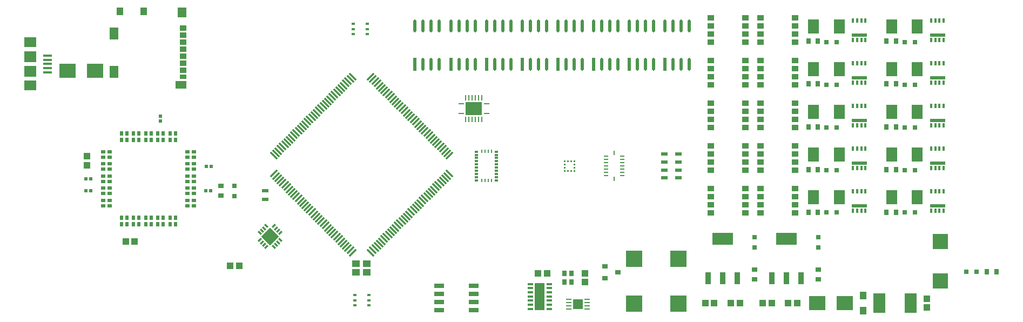
<source format=gbr>
%TF.GenerationSoftware,Altium Limited,Altium Designer,22.4.2 (48)*%
G04 Layer_Color=8421504*
%FSLAX45Y45*%
%MOMM*%
%TF.SameCoordinates,1579B7B8-C0FA-446B-BA7A-E71437B095E0*%
%TF.FilePolarity,Positive*%
%TF.FileFunction,Paste,Top*%
%TF.Part,Single*%
G01*
G75*
%TA.AperFunction,SMDPad,CuDef*%
G04:AMPARAMS|DCode=16|XSize=0.3mm|YSize=1.5mm|CornerRadius=0mm|HoleSize=0mm|Usage=FLASHONLY|Rotation=315.000|XOffset=0mm|YOffset=0mm|HoleType=Round|Shape=Rectangle|*
%AMROTATEDRECTD16*
4,1,4,-0.63640,-0.42426,0.42426,0.63640,0.63640,0.42426,-0.42426,-0.63640,-0.63640,-0.42426,0.0*
%
%ADD16ROTATEDRECTD16*%

%ADD17R,1.10000X0.60000*%
%TA.AperFunction,SMDPad,SMDef*%
%ADD18R,0.47500X0.35000*%
%ADD19R,0.25000X0.47500*%
%TA.AperFunction,SMDPad,CuDef*%
%ADD20R,1.10000X1.05000*%
%ADD21R,1.05000X1.10000*%
%ADD22R,1.78000X2.16000*%
%ADD23R,0.51535X0.47247*%
%ADD24R,0.60000X0.40000*%
%ADD25R,0.90000X0.70000*%
%ADD26R,0.47247X0.51535*%
%ADD27R,0.80000X0.80000*%
%ADD28R,1.52500X0.65000*%
%ADD29R,0.80000X0.90000*%
%ADD30R,1.50000X1.60000*%
G04:AMPARAMS|DCode=31|XSize=0.85mm|YSize=0.25mm|CornerRadius=0.125mm|HoleSize=0mm|Usage=FLASHONLY|Rotation=0.000|XOffset=0mm|YOffset=0mm|HoleType=Round|Shape=RoundedRectangle|*
%AMROUNDEDRECTD31*
21,1,0.85000,0.00000,0,0,0.0*
21,1,0.60000,0.25000,0,0,0.0*
1,1,0.25000,0.30000,0.00000*
1,1,0.25000,-0.30000,0.00000*
1,1,0.25000,-0.30000,0.00000*
1,1,0.25000,0.30000,0.00000*
%
%ADD31ROUNDEDRECTD31*%
%ADD32R,0.85000X0.35000*%
%ADD33R,1.65000X4.25000*%
%ADD34R,0.90000X1.85000*%
%ADD35R,2.50000X2.30000*%
%ADD36R,3.20000X1.85000*%
%ADD37R,2.45000X2.35000*%
%ADD38R,0.80000X0.80000*%
%ADD39O,0.50000X2.00000*%
%ADD40R,0.50000X2.00000*%
%ADD41R,0.90000X0.80000*%
%ADD42R,2.50000X2.50000*%
%ADD43R,0.70000X0.90000*%
%ADD44R,1.00000X1.15000*%
%ADD45R,1.95580X3.14960*%
%ADD46R,1.14000X0.91000*%
%ADD47R,0.40640X0.68580*%
%ADD48R,2.43840X0.55880*%
%TA.AperFunction,ConnectorPad*%
%ADD50R,1.35000X0.40000*%
%TA.AperFunction,SMDPad,CuDef*%
G04:AMPARAMS|DCode=53|XSize=0.3mm|YSize=1.5mm|CornerRadius=0mm|HoleSize=0mm|Usage=FLASHONLY|Rotation=45.000|XOffset=0mm|YOffset=0mm|HoleType=Round|Shape=Rectangle|*
%AMROTATEDRECTD53*
4,1,4,0.42426,-0.63640,-0.63640,0.42426,-0.42426,0.63640,0.63640,-0.42426,0.42426,-0.63640,0.0*
%
%ADD53ROTATEDRECTD53*%

%ADD54R,1.20000X1.00000*%
%ADD55R,0.67500X0.25000*%
%ADD56R,0.25000X0.67500*%
%ADD57R,0.85000X0.28000*%
%ADD58R,0.28000X0.85000*%
%ADD59R,2.55000X2.05000*%
%TA.AperFunction,ConnectorPad*%
%ADD62R,1.35000X1.90000*%
%ADD63R,1.00000X1.20000*%
%ADD64R,1.35000X1.55000*%
%ADD65R,1.10000X0.85000*%
%ADD66R,1.10000X0.75000*%
%ADD67R,1.80000X1.17000*%
%ADD68R,1.90000X1.80000*%
%TA.AperFunction,SMDPad,CuDef*%
%ADD69P,2.82843X4X180.0*%
G04:AMPARAMS|DCode=70|XSize=0.65mm|YSize=0.25mm|CornerRadius=0mm|HoleSize=0mm|Usage=FLASHONLY|Rotation=135.000|XOffset=0mm|YOffset=0mm|HoleType=Round|Shape=Rectangle|*
%AMROTATEDRECTD70*
4,1,4,0.31820,-0.14142,0.14142,-0.31820,-0.31820,0.14142,-0.14142,0.31820,0.31820,-0.14142,0.0*
%
%ADD70ROTATEDRECTD70*%

G04:AMPARAMS|DCode=71|XSize=0.65mm|YSize=0.25mm|CornerRadius=0mm|HoleSize=0mm|Usage=FLASHONLY|Rotation=45.000|XOffset=0mm|YOffset=0mm|HoleType=Round|Shape=Rectangle|*
%AMROTATEDRECTD71*
4,1,4,-0.14142,-0.31820,-0.31820,-0.14142,0.14142,0.31820,0.31820,0.14142,-0.14142,-0.31820,0.0*
%
%ADD71ROTATEDRECTD71*%

%TA.AperFunction,Conductor*%
%ADD73R,1.89997X1.57500*%
%TA.AperFunction,NonConductor*%
%ADD121R,0.58003X0.71999*%
%ADD122R,0.57998X0.71999*%
%ADD123R,0.72004X0.57998*%
%ADD124R,0.71999X0.57998*%
%ADD125R,0.71999X0.58003*%
%ADD126R,0.72004X0.58003*%
G36*
X9536416Y3487120D02*
X9537119Y3486416D01*
X9537500Y3485497D01*
Y3485000D01*
Y3465000D01*
Y3464503D01*
X9537119Y3463584D01*
X9536416Y3462881D01*
X9535497Y3462500D01*
X9512003D01*
X9511084Y3462881D01*
X9510381Y3463584D01*
X9510000Y3464503D01*
Y3465000D01*
Y3485000D01*
Y3485497D01*
X9510381Y3486416D01*
X9511084Y3487120D01*
X9512003Y3487500D01*
X9512500D01*
Y3487500D01*
X9535000Y3487500D01*
X9535497D01*
X9536416Y3487120D01*
D02*
G37*
G36*
Y3437119D02*
X9537119Y3436416D01*
X9537500Y3435497D01*
Y3435000D01*
Y3415000D01*
Y3414503D01*
X9537119Y3413584D01*
X9536416Y3412880D01*
X9535497Y3412500D01*
X9535000D01*
Y3412500D01*
X9512500Y3412500D01*
X9512003D01*
X9511084Y3412880D01*
X9510381Y3413584D01*
X9510000Y3414503D01*
Y3415000D01*
Y3435000D01*
Y3435497D01*
X9510381Y3436416D01*
X9511084Y3437119D01*
X9512003Y3437500D01*
X9535497D01*
X9536416Y3437119D01*
D02*
G37*
G36*
X9586416D02*
X9587120Y3436416D01*
X9587500Y3435497D01*
Y3435000D01*
X9587500D01*
X9587500Y3412500D01*
Y3412003D01*
X9587120Y3411084D01*
X9586416Y3410381D01*
X9585497Y3410000D01*
X9564503D01*
X9563584Y3410381D01*
X9562881Y3411084D01*
X9562500Y3412003D01*
Y3412500D01*
Y3435000D01*
Y3435497D01*
X9562881Y3436416D01*
X9563584Y3437119D01*
X9564503Y3437500D01*
X9585497D01*
X9586416Y3437119D01*
D02*
G37*
G36*
X9535000Y3537500D02*
X9535497D01*
X9536416Y3537119D01*
X9537119Y3536416D01*
X9537500Y3535497D01*
Y3535000D01*
D01*
Y3515000D01*
Y3514503D01*
X9537119Y3513584D01*
X9536416Y3512880D01*
X9535497Y3512500D01*
X9535000D01*
Y3512500D01*
X9512500Y3512500D01*
X9512003D01*
X9511084Y3512880D01*
X9510381Y3513584D01*
X9510000Y3514503D01*
Y3515000D01*
D01*
Y3535000D01*
Y3535497D01*
X9510381Y3536416D01*
X9511084Y3537119D01*
X9512003Y3537500D01*
X9512500D01*
D01*
X9535000D01*
D02*
G37*
G36*
X9537500Y3565000D02*
Y3564503D01*
X9537119Y3563584D01*
X9536416Y3562881D01*
X9535497Y3562500D01*
X9535000D01*
D01*
X9512500D01*
X9512003D01*
X9511084Y3562881D01*
X9510381Y3563584D01*
X9510000Y3564503D01*
Y3565000D01*
D01*
Y3585000D01*
Y3585497D01*
X9510381Y3586416D01*
X9511084Y3587120D01*
X9512003Y3587500D01*
X9512500D01*
Y3587500D01*
X9535000Y3587500D01*
X9535497D01*
X9536416Y3587120D01*
X9537119Y3586416D01*
X9537500Y3585497D01*
Y3585000D01*
D01*
Y3565000D01*
D02*
G37*
G36*
X9562500D02*
Y3587500D01*
Y3587997D01*
X9562881Y3588916D01*
X9563584Y3589619D01*
X9564503Y3590000D01*
X9565000D01*
D01*
X9585000D01*
X9585497D01*
X9586416Y3589619D01*
X9587120Y3588916D01*
X9587500Y3587997D01*
Y3587500D01*
X9587500D01*
X9587500Y3565000D01*
Y3564503D01*
X9587120Y3563584D01*
X9586416Y3562881D01*
X9585497Y3562500D01*
X9585000D01*
D01*
X9565000D01*
X9564503D01*
X9563584Y3562881D01*
X9562881Y3563584D01*
X9562500Y3564503D01*
Y3565000D01*
D01*
D02*
G37*
G36*
X9612500Y3435000D02*
Y3435497D01*
X9612880Y3436416D01*
X9613584Y3437119D01*
X9614503Y3437500D01*
X9615000D01*
D01*
X9635000D01*
X9635497D01*
X9636416Y3437119D01*
X9637119Y3436416D01*
X9637500Y3435497D01*
Y3435000D01*
D01*
Y3412500D01*
Y3412003D01*
X9637119Y3411084D01*
X9636416Y3410381D01*
X9635497Y3410000D01*
X9635000D01*
D01*
X9615000D01*
X9614503D01*
X9613584Y3410381D01*
X9612880Y3411084D01*
X9612500Y3412003D01*
Y3412500D01*
X9612500D01*
X9612500Y3435000D01*
D02*
G37*
G36*
X9687500Y3437500D02*
X9687997D01*
X9688916Y3437119D01*
X9689619Y3436416D01*
X9690000Y3435497D01*
Y3435000D01*
D01*
Y3415000D01*
Y3414503D01*
X9689619Y3413584D01*
X9688916Y3412880D01*
X9687997Y3412500D01*
X9687500D01*
Y3412500D01*
X9665000Y3412500D01*
X9664503D01*
X9663584Y3412880D01*
X9662881Y3413584D01*
X9662500Y3414503D01*
Y3415000D01*
D01*
Y3435000D01*
Y3435497D01*
X9662881Y3436416D01*
X9663584Y3437119D01*
X9664503Y3437500D01*
X9665000D01*
D01*
X9687500D01*
D02*
G37*
G36*
X9662500Y3465000D02*
Y3485000D01*
Y3485497D01*
X9662881Y3486416D01*
X9663584Y3487120D01*
X9664503Y3487500D01*
X9665000D01*
Y3487500D01*
X9687500Y3487500D01*
X9687997D01*
X9688916Y3487120D01*
X9689619Y3486416D01*
X9690000Y3485497D01*
Y3485000D01*
D01*
Y3465000D01*
Y3464503D01*
X9689619Y3463584D01*
X9688916Y3462881D01*
X9687997Y3462500D01*
X9687500D01*
D01*
X9665000D01*
X9664503D01*
X9663584Y3462881D01*
X9662881Y3463584D01*
X9662500Y3464503D01*
Y3465000D01*
D01*
D02*
G37*
G36*
X9688916Y3587120D02*
X9689619Y3586416D01*
X9690000Y3585497D01*
Y3585000D01*
Y3565000D01*
Y3564503D01*
X9689619Y3563584D01*
X9688916Y3562881D01*
X9687997Y3562500D01*
X9664503D01*
X9663584Y3562881D01*
X9662881Y3563584D01*
X9662500Y3564503D01*
Y3565000D01*
Y3585000D01*
Y3585497D01*
X9662881Y3586416D01*
X9663584Y3587120D01*
X9664503Y3587500D01*
X9665000D01*
Y3587500D01*
X9687500Y3587500D01*
X9687997D01*
X9688916Y3587120D01*
D02*
G37*
G36*
X9636416Y3589619D02*
X9637119Y3588916D01*
X9637500Y3587997D01*
Y3587500D01*
Y3565000D01*
Y3564503D01*
X9637119Y3563584D01*
X9636416Y3562881D01*
X9635497Y3562500D01*
X9614503D01*
X9613584Y3562881D01*
X9612880Y3563584D01*
X9612500Y3564503D01*
Y3565000D01*
X9612500D01*
X9612500Y3587500D01*
Y3587997D01*
X9612880Y3588916D01*
X9613584Y3589619D01*
X9614503Y3590000D01*
X9635497D01*
X9636416Y3589619D01*
D02*
G37*
G36*
X9688916Y3537119D02*
X9689619Y3536416D01*
X9690000Y3535497D01*
Y3535000D01*
Y3515000D01*
Y3514503D01*
X9689619Y3513584D01*
X9688916Y3512880D01*
X9687997Y3512500D01*
X9687500D01*
Y3512500D01*
X9665000Y3512500D01*
X9664503D01*
X9663584Y3512880D01*
X9662881Y3513584D01*
X9662500Y3514503D01*
Y3515000D01*
Y3535000D01*
Y3535497D01*
X9662881Y3536416D01*
X9663584Y3537119D01*
X9664503Y3537500D01*
X9687997D01*
X9688916Y3537119D01*
D02*
G37*
D16*
X6482843Y4899999D02*
D03*
X6518197Y4864645D02*
D03*
X6553554Y4829288D02*
D03*
X6588907Y4793935D02*
D03*
X6624264Y4758578D02*
D03*
X6659618Y4723224D02*
D03*
X6694975Y4687867D02*
D03*
X6730328Y4652514D02*
D03*
X6765685Y4617157D02*
D03*
X6801039Y4581803D02*
D03*
X6836396Y4546446D02*
D03*
X6871749Y4511093D02*
D03*
X6907106Y4475736D02*
D03*
X6942460Y4440382D02*
D03*
X6977817Y4405025D02*
D03*
X7013170Y4369671D02*
D03*
X7048528Y4334314D02*
D03*
X7083881Y4298961D02*
D03*
X7119238Y4263604D02*
D03*
X7154591Y4228250D02*
D03*
X7189949Y4192893D02*
D03*
X7225302Y4157540D02*
D03*
X7260659Y4122183D02*
D03*
X7296013Y4086829D02*
D03*
X7331370Y4051472D02*
D03*
X7366723Y4016119D02*
D03*
X7402080Y3980762D02*
D03*
X7437434Y3945408D02*
D03*
X7472791Y3910051D02*
D03*
X7508144Y3874698D02*
D03*
X7543501Y3839341D02*
D03*
X7578855Y3803987D02*
D03*
X7614212Y3768630D02*
D03*
X7649565Y3733277D02*
D03*
X7684922Y3697920D02*
D03*
X7720276Y3662566D02*
D03*
X6199998Y2142288D02*
D03*
X6164644Y2177641D02*
D03*
X6129287Y2212998D02*
D03*
X6093933Y2248352D02*
D03*
X6058576Y2283709D02*
D03*
X6023223Y2319062D02*
D03*
X5987866Y2354419D02*
D03*
X5952512Y2389773D02*
D03*
X5917155Y2425130D02*
D03*
X5881802Y2460484D02*
D03*
X5846445Y2495841D02*
D03*
X5811091Y2531194D02*
D03*
X5775734Y2566551D02*
D03*
X5740381Y2601904D02*
D03*
X5705024Y2637262D02*
D03*
X5669670Y2672615D02*
D03*
X5634313Y2707972D02*
D03*
X5598960Y2743325D02*
D03*
X5563603Y2778682D02*
D03*
X5528249Y2814036D02*
D03*
X5492892Y2849393D02*
D03*
X5457538Y2884747D02*
D03*
X5422181Y2920104D02*
D03*
X5386828Y2955457D02*
D03*
X5351471Y2990814D02*
D03*
X5316117Y3026168D02*
D03*
X5280760Y3061525D02*
D03*
X5245407Y3096878D02*
D03*
X5210050Y3132235D02*
D03*
X5174696Y3167589D02*
D03*
X5139339Y3202946D02*
D03*
X5103986Y3238299D02*
D03*
X5068629Y3273656D02*
D03*
X5033275Y3309010D02*
D03*
X4997918Y3344367D02*
D03*
X4962565Y3379720D02*
D03*
D17*
X11090002Y3687501D02*
D03*
Y3562498D02*
D03*
Y3437499D02*
D03*
Y3312501D02*
D03*
X11310001D02*
D03*
Y3437499D02*
D03*
Y3562498D02*
D03*
Y3687501D02*
D03*
X4830001Y3115002D02*
D03*
Y2974997D02*
D03*
D18*
X8143751Y3725002D02*
D03*
Y3675000D02*
D03*
Y3625002D02*
D03*
Y3575000D02*
D03*
Y3525002D02*
D03*
Y3475000D02*
D03*
Y3425003D02*
D03*
Y3375000D02*
D03*
Y3325003D02*
D03*
Y3275000D02*
D03*
X8456252D02*
D03*
Y3325003D02*
D03*
Y3375000D02*
D03*
Y3425003D02*
D03*
Y3475000D02*
D03*
Y3525002D02*
D03*
Y3575000D02*
D03*
Y3625002D02*
D03*
Y3675000D02*
D03*
Y3725002D02*
D03*
D19*
X8375003Y3731250D02*
D03*
X8325000D02*
D03*
X8274998D02*
D03*
X8225000D02*
D03*
Y3268752D02*
D03*
X8274998D02*
D03*
X8325000D02*
D03*
X8375003D02*
D03*
D20*
X2035000Y3510000D02*
D03*
Y3650000D02*
D03*
X9845002Y1680001D02*
D03*
Y1820001D02*
D03*
X15200002Y1419998D02*
D03*
Y1279999D02*
D03*
D21*
X2785000Y2320000D02*
D03*
X2645000D02*
D03*
X4280000Y1935000D02*
D03*
X4420000D02*
D03*
X9250002Y1815001D02*
D03*
X9110002D02*
D03*
X11730002Y1350000D02*
D03*
X12630002Y1349999D02*
D03*
X13169998Y1349999D02*
D03*
X13029999D02*
D03*
X11870001Y1350000D02*
D03*
X12269998Y1349999D02*
D03*
X12129999D02*
D03*
X12770001Y1349999D02*
D03*
D22*
X13422501Y3010002D02*
D03*
X13827498D02*
D03*
X14647501Y5690000D02*
D03*
X15052499D02*
D03*
X13422501Y4350002D02*
D03*
X13827499D02*
D03*
X13422499Y3680002D02*
D03*
X13827502D02*
D03*
X13422501Y5020002D02*
D03*
X13827498D02*
D03*
X13422499Y5690002D02*
D03*
X13827502D02*
D03*
X14647501Y3680002D02*
D03*
X15052498D02*
D03*
X14647499Y4350002D02*
D03*
X15052502D02*
D03*
X14647501Y3010002D02*
D03*
X15052499D02*
D03*
X14647502Y5020002D02*
D03*
X15052499D02*
D03*
D23*
X2022144Y3110000D02*
D03*
X2097856D02*
D03*
X3977856D02*
D03*
X3902144D02*
D03*
X2097856Y3300000D02*
D03*
X2022144D02*
D03*
X3905000Y3490000D02*
D03*
X3980713D02*
D03*
D24*
X6235000Y1315000D02*
D03*
Y1395000D02*
D03*
Y1475000D02*
D03*
X6455000D02*
D03*
Y1395000D02*
D03*
Y1315000D02*
D03*
X6210000Y5565000D02*
D03*
Y5645000D02*
D03*
X6210000Y5725000D02*
D03*
X6430000D02*
D03*
Y5645000D02*
D03*
Y5565000D02*
D03*
D25*
X4135000Y3185000D02*
D03*
Y3035000D02*
D03*
X13499998Y1875001D02*
D03*
Y1724999D02*
D03*
X12500000Y1875001D02*
D03*
Y1724999D02*
D03*
D26*
X3190000Y4202143D02*
D03*
Y4277856D02*
D03*
D27*
X4345000Y3190000D02*
D03*
Y3030000D02*
D03*
X12500001Y2380002D02*
D03*
Y2219997D02*
D03*
X13500002Y2380000D02*
D03*
Y2220000D02*
D03*
D28*
X8096200Y1621491D02*
D03*
Y1494491D02*
D03*
Y1367491D02*
D03*
Y1240491D02*
D03*
X7553800D02*
D03*
Y1367491D02*
D03*
Y1494491D02*
D03*
Y1621491D02*
D03*
D29*
X9520002Y1680001D02*
D03*
Y1820001D02*
D03*
X9630002D02*
D03*
Y1680001D02*
D03*
D30*
X9730002Y1335001D02*
D03*
D31*
X9875002Y1410001D02*
D03*
Y1360001D02*
D03*
Y1310001D02*
D03*
Y1260001D02*
D03*
X9585002D02*
D03*
Y1310001D02*
D03*
Y1360001D02*
D03*
Y1410001D02*
D03*
D32*
X9280002Y1260001D02*
D03*
Y1325001D02*
D03*
Y1390001D02*
D03*
Y1455001D02*
D03*
Y1520001D02*
D03*
Y1585001D02*
D03*
Y1650001D02*
D03*
X8990002D02*
D03*
Y1585001D02*
D03*
Y1520001D02*
D03*
Y1455001D02*
D03*
Y1390001D02*
D03*
Y1325001D02*
D03*
Y1260001D02*
D03*
D33*
X9135002Y1455001D02*
D03*
D34*
X12770000Y1740000D02*
D03*
X11770000D02*
D03*
X12000000D02*
D03*
X12230000D02*
D03*
X13000000D02*
D03*
X13230000D02*
D03*
D35*
X13485001Y1350000D02*
D03*
X13914998D02*
D03*
X1730000Y4990000D02*
D03*
X2160000D02*
D03*
D36*
X12000000Y2360000D02*
D03*
X13000000D02*
D03*
D37*
X15414999Y2314999D02*
D03*
Y1695001D02*
D03*
D38*
X14855000Y5442500D02*
D03*
X15014999D02*
D03*
X13790002Y5442502D02*
D03*
X13629997D02*
D03*
X15014996Y4772502D02*
D03*
X14854997D02*
D03*
X13790002D02*
D03*
X13630002D02*
D03*
X15015002Y4102502D02*
D03*
X14854997D02*
D03*
X13789996D02*
D03*
X13629997D02*
D03*
X15015002Y3432502D02*
D03*
X14855002D02*
D03*
X13790002D02*
D03*
X13629997D02*
D03*
X15820003Y1845001D02*
D03*
X15980000D02*
D03*
X13790002Y2769998D02*
D03*
X13630002D02*
D03*
X14854997Y2770003D02*
D03*
X15014996D02*
D03*
D39*
X8679997Y5694998D02*
D03*
X8552997D02*
D03*
X8425997D02*
D03*
X8298997D02*
D03*
X8679997Y5094999D02*
D03*
X8552997D02*
D03*
X8425997D02*
D03*
X9239997Y5694998D02*
D03*
X9112997D02*
D03*
X8985997D02*
D03*
X8858997D02*
D03*
X9239997Y5094999D02*
D03*
X9112997D02*
D03*
X8985997D02*
D03*
X8119997Y5694998D02*
D03*
X7992997D02*
D03*
X7865997D02*
D03*
X7738997D02*
D03*
X8119997Y5094999D02*
D03*
X7992997D02*
D03*
X7865997D02*
D03*
X7305998D02*
D03*
X7432998D02*
D03*
X7559998D02*
D03*
X7178998Y5694998D02*
D03*
X7305998D02*
D03*
X7432998D02*
D03*
X7559998D02*
D03*
X10359997D02*
D03*
X10232997D02*
D03*
X10105997D02*
D03*
X9978997D02*
D03*
X10359997Y5094999D02*
D03*
X10232997D02*
D03*
X10105997D02*
D03*
X11479997Y5694998D02*
D03*
X11352997D02*
D03*
X11225997D02*
D03*
X11098997D02*
D03*
X11479997Y5094999D02*
D03*
X11352997D02*
D03*
X11225997D02*
D03*
X9799997Y5694998D02*
D03*
X9672997D02*
D03*
X9545997D02*
D03*
X9418997D02*
D03*
X9799997Y5094999D02*
D03*
X9672997D02*
D03*
X9545997D02*
D03*
X10919997Y5694998D02*
D03*
X10792997D02*
D03*
X10665997D02*
D03*
X10538997D02*
D03*
X10919997Y5094999D02*
D03*
X10792997D02*
D03*
X10665997D02*
D03*
D40*
X8298997D02*
D03*
X8858997D02*
D03*
X7738997D02*
D03*
X7178998D02*
D03*
X9978997D02*
D03*
X11098997D02*
D03*
X9418997D02*
D03*
X10538997D02*
D03*
D41*
X10154998Y1930001D02*
D03*
Y1739999D02*
D03*
X10355003Y1835000D02*
D03*
D42*
X11310001Y1345001D02*
D03*
X11310001Y2044999D02*
D03*
X10610002Y1345001D02*
D03*
Y2044999D02*
D03*
D43*
X16145000Y1845000D02*
D03*
X16295001D02*
D03*
X13495001Y2775001D02*
D03*
X13345004D02*
D03*
X14570000Y5455000D02*
D03*
X14720000D02*
D03*
X13344998Y4115001D02*
D03*
X13494997D02*
D03*
X13344998Y3445001D02*
D03*
X13495001D02*
D03*
X13345004Y4785001D02*
D03*
X13495001D02*
D03*
X13344998Y5455001D02*
D03*
X13495001D02*
D03*
X14570003Y3445001D02*
D03*
X14720001D02*
D03*
X14569998Y4115001D02*
D03*
X14720001D02*
D03*
X14569998Y2775001D02*
D03*
X14719995D02*
D03*
X14569998Y4785001D02*
D03*
X14720001D02*
D03*
D44*
X14200002Y1232499D02*
D03*
Y1467499D02*
D03*
D45*
X14454892Y1349999D02*
D03*
X14945113D02*
D03*
D46*
X12591996Y5825500D02*
D03*
Y5698500D02*
D03*
Y5571500D02*
D03*
Y5444500D02*
D03*
X13137996Y5825500D02*
D03*
Y5698500D02*
D03*
Y5571500D02*
D03*
Y5444500D02*
D03*
X11811997Y3145500D02*
D03*
Y3018500D02*
D03*
Y2891500D02*
D03*
Y2764500D02*
D03*
X12357997Y3145500D02*
D03*
Y3018500D02*
D03*
Y2891500D02*
D03*
Y2764500D02*
D03*
X12591996Y3145500D02*
D03*
Y3018500D02*
D03*
Y2891500D02*
D03*
Y2764500D02*
D03*
X13137996Y3145500D02*
D03*
Y3018500D02*
D03*
Y2891500D02*
D03*
Y2764500D02*
D03*
X11811997Y3815500D02*
D03*
Y3688500D02*
D03*
Y3561500D02*
D03*
Y3434500D02*
D03*
X12357997Y3815500D02*
D03*
Y3688500D02*
D03*
Y3561500D02*
D03*
Y3434500D02*
D03*
X12591996Y3815500D02*
D03*
Y3688500D02*
D03*
Y3561500D02*
D03*
Y3434500D02*
D03*
X13137996Y3815500D02*
D03*
Y3688500D02*
D03*
Y3561500D02*
D03*
Y3434500D02*
D03*
X11811997Y4485500D02*
D03*
Y4358500D02*
D03*
Y4231500D02*
D03*
Y4104500D02*
D03*
X12357997Y4485500D02*
D03*
Y4358500D02*
D03*
Y4231500D02*
D03*
Y4104500D02*
D03*
X12591996Y4485500D02*
D03*
Y4358500D02*
D03*
Y4231500D02*
D03*
Y4104500D02*
D03*
X13137996Y4485500D02*
D03*
Y4358500D02*
D03*
Y4231500D02*
D03*
Y4104500D02*
D03*
X11811997Y5155500D02*
D03*
Y5028500D02*
D03*
Y4901500D02*
D03*
Y4774500D02*
D03*
X12357997Y5155500D02*
D03*
Y5028500D02*
D03*
Y4901500D02*
D03*
Y4774500D02*
D03*
X12591996Y5155500D02*
D03*
Y5028500D02*
D03*
Y4901500D02*
D03*
Y4774500D02*
D03*
X13137996Y5155500D02*
D03*
Y5028500D02*
D03*
Y4901500D02*
D03*
Y4774500D02*
D03*
X11811997Y5825500D02*
D03*
Y5698500D02*
D03*
Y5571500D02*
D03*
Y5444500D02*
D03*
X12357997Y5825500D02*
D03*
Y5698500D02*
D03*
Y5571500D02*
D03*
Y5444500D02*
D03*
D47*
X14045003Y2797740D02*
D03*
X14110001D02*
D03*
X14174998D02*
D03*
X14239998D02*
D03*
Y3100000D02*
D03*
X14174998D02*
D03*
X14110001D02*
D03*
X14045003D02*
D03*
X15270004Y5780000D02*
D03*
X15335004D02*
D03*
X15400002D02*
D03*
X15464999D02*
D03*
Y5477740D02*
D03*
X15400002D02*
D03*
X15335004D02*
D03*
X15270004D02*
D03*
X14045007Y4440000D02*
D03*
X14110007D02*
D03*
X14175005D02*
D03*
X14240002D02*
D03*
Y4137740D02*
D03*
X14175005D02*
D03*
X14110007D02*
D03*
X14045007D02*
D03*
Y3770000D02*
D03*
X14110007D02*
D03*
X14175005D02*
D03*
X14240002D02*
D03*
Y3467740D02*
D03*
X14175005D02*
D03*
X14110007D02*
D03*
X14045007D02*
D03*
X14045003Y5110000D02*
D03*
X14110001D02*
D03*
X14174998D02*
D03*
X14239998D02*
D03*
Y4807740D02*
D03*
X14174998D02*
D03*
X14110001D02*
D03*
X14045003D02*
D03*
X14045007Y5780000D02*
D03*
X14110007D02*
D03*
X14175005D02*
D03*
X14240002D02*
D03*
Y5477740D02*
D03*
X14175005D02*
D03*
X14110007D02*
D03*
X14045007D02*
D03*
X15270003Y3770000D02*
D03*
X15335001D02*
D03*
X15399998D02*
D03*
X15464998D02*
D03*
Y3467740D02*
D03*
X15399998D02*
D03*
X15335001D02*
D03*
X15270003D02*
D03*
X15270007Y4440000D02*
D03*
X15335005D02*
D03*
X15400005D02*
D03*
X15465002D02*
D03*
Y4137740D02*
D03*
X15400005D02*
D03*
X15335005D02*
D03*
X15270007D02*
D03*
X15270003Y3100000D02*
D03*
X15335001D02*
D03*
X15399998D02*
D03*
X15464998D02*
D03*
Y2797740D02*
D03*
X15399998D02*
D03*
X15335001D02*
D03*
X15270003D02*
D03*
X15270007Y5110000D02*
D03*
X15335005D02*
D03*
X15400005D02*
D03*
X15465002D02*
D03*
Y4807740D02*
D03*
X15400005D02*
D03*
X15335005D02*
D03*
X15270007D02*
D03*
D48*
X14142502Y2873229D02*
D03*
X15367502Y5553230D02*
D03*
X14142502Y4213229D02*
D03*
Y3543229D02*
D03*
Y4883228D02*
D03*
Y5553228D02*
D03*
X15367502Y3543229D02*
D03*
Y4213229D02*
D03*
Y2873229D02*
D03*
Y4883228D02*
D03*
D50*
X1417498Y5229998D02*
D03*
Y5034998D02*
D03*
Y5100001D02*
D03*
Y4969999D02*
D03*
X1417499Y5165000D02*
D03*
D53*
X7720276Y3379724D02*
D03*
X7684922Y3344371D02*
D03*
X7649565Y3309013D02*
D03*
X7614212Y3273660D02*
D03*
X7578855Y3238303D02*
D03*
X7543501Y3202949D02*
D03*
X7508144Y3167592D02*
D03*
X7472791Y3132239D02*
D03*
X7437434Y3096882D02*
D03*
X7402080Y3061528D02*
D03*
X7366723Y3026171D02*
D03*
X7331370Y2990818D02*
D03*
X7296013Y2955461D02*
D03*
X7260659Y2920107D02*
D03*
X7225302Y2884750D02*
D03*
X7189949Y2849397D02*
D03*
X7154591Y2814040D02*
D03*
X7119238Y2778686D02*
D03*
X7083881Y2743329D02*
D03*
X7048527Y2707976D02*
D03*
X7013170Y2672619D02*
D03*
X6977817Y2637265D02*
D03*
X6942460Y2601908D02*
D03*
X6907106Y2566555D02*
D03*
X6871749Y2531198D02*
D03*
X6836396Y2495844D02*
D03*
X6801039Y2460487D02*
D03*
X6765685Y2425134D02*
D03*
X6730328Y2389777D02*
D03*
X6694975Y2354423D02*
D03*
X6659618Y2319066D02*
D03*
X6624264Y2283712D02*
D03*
X6588907Y2248355D02*
D03*
X6553554Y2213002D02*
D03*
X6518197Y2177645D02*
D03*
X6482843Y2142291D02*
D03*
X4962568Y3662566D02*
D03*
X4997922Y3697920D02*
D03*
X5033279Y3733277D02*
D03*
X5068632Y3768630D02*
D03*
X5103990Y3803987D02*
D03*
X5139343Y3839341D02*
D03*
X5174700Y3874698D02*
D03*
X5210054Y3910051D02*
D03*
X5245411Y3945408D02*
D03*
X5280764Y3980762D02*
D03*
X5316121Y4016119D02*
D03*
X5351474Y4051472D02*
D03*
X5386831Y4086829D02*
D03*
X5422185Y4122183D02*
D03*
X5457542Y4157540D02*
D03*
X5492895Y4192893D02*
D03*
X5528252Y4228250D02*
D03*
X5563606Y4263604D02*
D03*
X5598963Y4298961D02*
D03*
X5634317Y4334315D02*
D03*
X5669674Y4369672D02*
D03*
X5705027Y4405025D02*
D03*
X5740384Y4440382D02*
D03*
X5775738Y4475736D02*
D03*
X5811095Y4511093D02*
D03*
X5846448Y4546446D02*
D03*
X5881805Y4581803D02*
D03*
X5917159Y4617157D02*
D03*
X5952516Y4652514D02*
D03*
X5987869Y4687867D02*
D03*
X6023226Y4723224D02*
D03*
X6058580Y4758578D02*
D03*
X6093937Y4793935D02*
D03*
X6129291Y4829288D02*
D03*
X6164648Y4864645D02*
D03*
X6200001Y4899999D02*
D03*
D54*
X6255002Y1835001D02*
D03*
X6424999D02*
D03*
Y1964998D02*
D03*
X6255002D02*
D03*
D55*
X10426251Y3650000D02*
D03*
Y3600002D02*
D03*
Y3550000D02*
D03*
Y3500002D02*
D03*
Y3450000D02*
D03*
Y3400003D02*
D03*
Y3350000D02*
D03*
X10173750D02*
D03*
Y3400003D02*
D03*
Y3450000D02*
D03*
Y3500002D02*
D03*
Y3550000D02*
D03*
Y3600002D02*
D03*
Y3650000D02*
D03*
D56*
X10299998Y3298748D02*
D03*
Y3701252D02*
D03*
D57*
X8297500Y4475000D02*
D03*
X7902500D02*
D03*
Y4324998D02*
D03*
X8297500D02*
D03*
D58*
X8224998Y4572501D02*
D03*
X8175001D02*
D03*
X8124998D02*
D03*
X8075001Y4572500D02*
D03*
X8024998Y4572501D02*
D03*
X7975002D02*
D03*
Y4227498D02*
D03*
X8024998D02*
D03*
X8075001Y4227497D02*
D03*
X8124998Y4227498D02*
D03*
X8175001D02*
D03*
X8224998D02*
D03*
D59*
X8100000Y4399999D02*
D03*
D62*
X2458748Y4977752D02*
D03*
Y5574748D02*
D03*
D63*
X2926250Y5924750D02*
D03*
X2556248D02*
D03*
D64*
X3528748Y5907250D02*
D03*
D65*
X3541250Y5661251D02*
D03*
Y5551248D02*
D03*
Y5441251D02*
D03*
X3541250Y5331249D02*
D03*
X3541250Y5221251D02*
D03*
Y5111249D02*
D03*
X3541250Y5001252D02*
D03*
D66*
Y4896248D02*
D03*
D67*
X3506249Y4775248D02*
D03*
D68*
X1150001Y5214997D02*
D03*
X1150001Y4985000D02*
D03*
D69*
X4904999Y2395000D02*
D03*
D70*
X4742363Y2451568D02*
D03*
X4777720Y2486925D02*
D03*
X4813073Y2522279D02*
D03*
X4848430Y2557636D02*
D03*
X5067635Y2338432D02*
D03*
X5032278Y2303075D02*
D03*
X4996924Y2267721D02*
D03*
X4961567Y2232364D02*
D03*
D71*
Y2557636D02*
D03*
X4996924Y2522279D02*
D03*
X5032278Y2486925D02*
D03*
X5067635Y2451568D02*
D03*
X4848430Y2232364D02*
D03*
X4813073Y2267721D02*
D03*
X4777720Y2303075D02*
D03*
X4742363Y2338432D02*
D03*
D73*
X1149985Y4761259D02*
D03*
X1150000Y5438772D02*
D03*
D121*
X2577501Y2589999D02*
D03*
Y2689999D02*
D03*
X3232501Y2589999D02*
D03*
Y2689999D02*
D03*
Y4010001D02*
D03*
Y3910001D02*
D03*
X2577501Y4010001D02*
D03*
Y3910001D02*
D03*
X2957500Y4010001D02*
D03*
Y3910001D02*
D03*
Y2589999D02*
D03*
Y2689999D02*
D03*
D122*
X2662502Y2589999D02*
D03*
Y2689999D02*
D03*
X2767500Y2589999D02*
D03*
Y2689999D02*
D03*
X2852499Y2589999D02*
D03*
Y2689999D02*
D03*
X3147499Y2589999D02*
D03*
Y2689999D02*
D03*
X3337502Y2589999D02*
D03*
Y2689999D02*
D03*
X3422500Y2589999D02*
D03*
Y2689999D02*
D03*
Y4010001D02*
D03*
Y3910001D02*
D03*
X3337502Y4010001D02*
D03*
Y3910001D02*
D03*
X3147499Y4010001D02*
D03*
Y3910001D02*
D03*
X2852499Y4010001D02*
D03*
Y3910001D02*
D03*
X2767500Y4010001D02*
D03*
Y3910001D02*
D03*
X2662502Y4010001D02*
D03*
Y3910001D02*
D03*
X3042501Y4010001D02*
D03*
Y3910001D02*
D03*
Y2589999D02*
D03*
Y2689999D02*
D03*
D123*
X3710000Y2877501D02*
D03*
X3610000D02*
D03*
X3710000Y2962500D02*
D03*
X3610000D02*
D03*
X3710000Y3637500D02*
D03*
X3610000D02*
D03*
X3710000Y3722499D02*
D03*
X3610000D02*
D03*
X3710000Y3067549D02*
D03*
X3610000D02*
D03*
X3710000Y3532451D02*
D03*
X3610000D02*
D03*
X3710000Y3342499D02*
D03*
X3610000D02*
D03*
X3710000Y3257501D02*
D03*
X3610000D02*
D03*
D124*
X2290001Y3722499D02*
D03*
X2390000D02*
D03*
X2290001Y3637500D02*
D03*
X2390000D02*
D03*
X2290001Y2962500D02*
D03*
X2390000D02*
D03*
X2290001Y2877501D02*
D03*
X2390000D02*
D03*
X2290001Y3067499D02*
D03*
X2390000D02*
D03*
X2290001Y3532451D02*
D03*
X2390000D02*
D03*
X2290001Y3342499D02*
D03*
X2390000D02*
D03*
X2290001Y3257501D02*
D03*
X2390000D02*
D03*
D125*
X2290001Y3152550D02*
D03*
X2390000D02*
D03*
X2290001Y3447450D02*
D03*
X2390000D02*
D03*
D126*
X3710000Y3152550D02*
D03*
X3610000D02*
D03*
X3710000Y3447450D02*
D03*
X3610000D02*
D03*
%TF.MD5,510f5ef10c3cc69b32db07563c6874a2*%
M02*

</source>
